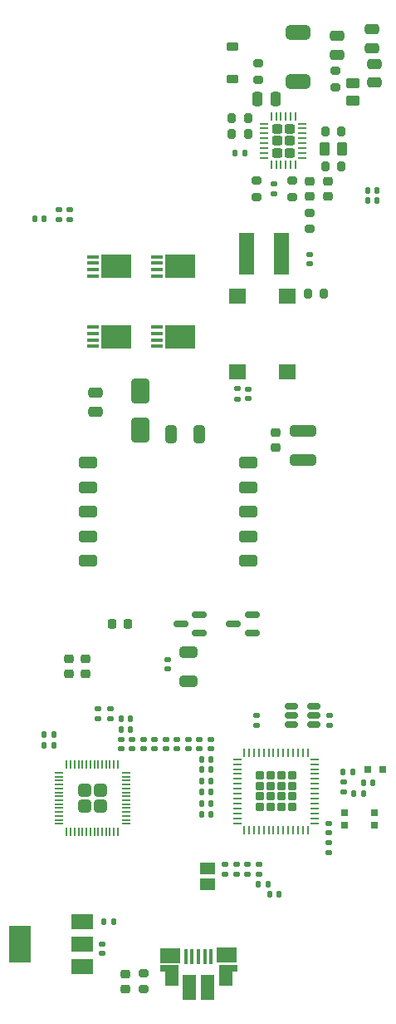
<source format=gbr>
%TF.GenerationSoftware,KiCad,Pcbnew,8.0.1*%
%TF.CreationDate,2024-10-20T22:07:07-07:00*%
%TF.ProjectId,POEPico,504f4550-6963-46f2-9e6b-696361645f70,rev?*%
%TF.SameCoordinates,Original*%
%TF.FileFunction,Paste,Top*%
%TF.FilePolarity,Positive*%
%FSLAX46Y46*%
G04 Gerber Fmt 4.6, Leading zero omitted, Abs format (unit mm)*
G04 Created by KiCad (PCBNEW 8.0.1) date 2024-10-20 22:07:07*
%MOMM*%
%LPD*%
G01*
G04 APERTURE LIST*
G04 Aperture macros list*
%AMRoundRect*
0 Rectangle with rounded corners*
0 $1 Rounding radius*
0 $2 $3 $4 $5 $6 $7 $8 $9 X,Y pos of 4 corners*
0 Add a 4 corners polygon primitive as box body*
4,1,4,$2,$3,$4,$5,$6,$7,$8,$9,$2,$3,0*
0 Add four circle primitives for the rounded corners*
1,1,$1+$1,$2,$3*
1,1,$1+$1,$4,$5*
1,1,$1+$1,$6,$7*
1,1,$1+$1,$8,$9*
0 Add four rect primitives between the rounded corners*
20,1,$1+$1,$2,$3,$4,$5,0*
20,1,$1+$1,$4,$5,$6,$7,0*
20,1,$1+$1,$6,$7,$8,$9,0*
20,1,$1+$1,$8,$9,$2,$3,0*%
G04 Aperture macros list end*
%ADD10RoundRect,0.375000X0.875000X-0.375000X0.875000X0.375000X-0.875000X0.375000X-0.875000X-0.375000X0*%
%ADD11RoundRect,0.225000X-0.375000X0.225000X-0.375000X-0.225000X0.375000X-0.225000X0.375000X0.225000X0*%
%ADD12RoundRect,0.218750X-0.218750X-0.256250X0.218750X-0.256250X0.218750X0.256250X-0.218750X0.256250X0*%
%ADD13R,1.650000X4.300000*%
%ADD14RoundRect,0.140000X0.170000X-0.140000X0.170000X0.140000X-0.170000X0.140000X-0.170000X-0.140000X0*%
%ADD15RoundRect,0.250000X0.475000X-0.250000X0.475000X0.250000X-0.475000X0.250000X-0.475000X-0.250000X0*%
%ADD16RoundRect,0.140000X-0.140000X-0.170000X0.140000X-0.170000X0.140000X0.170000X-0.140000X0.170000X0*%
%ADD17RoundRect,0.140000X0.140000X0.170000X-0.140000X0.170000X-0.140000X-0.170000X0.140000X-0.170000X0*%
%ADD18RoundRect,0.140000X-0.170000X0.140000X-0.170000X-0.140000X0.170000X-0.140000X0.170000X0.140000X0*%
%ADD19RoundRect,0.135000X-0.135000X-0.185000X0.135000X-0.185000X0.135000X0.185000X-0.135000X0.185000X0*%
%ADD20R,2.200000X1.500000*%
%ADD21R,2.200000X3.800000*%
%ADD22RoundRect,0.200000X-0.275000X0.200000X-0.275000X-0.200000X0.275000X-0.200000X0.275000X0.200000X0*%
%ADD23RoundRect,0.135000X0.135000X0.185000X-0.135000X0.185000X-0.135000X-0.185000X0.135000X-0.185000X0*%
%ADD24RoundRect,0.200000X0.275000X-0.200000X0.275000X0.200000X-0.275000X0.200000X-0.275000X-0.200000X0*%
%ADD25RoundRect,0.150000X-0.512500X-0.150000X0.512500X-0.150000X0.512500X0.150000X-0.512500X0.150000X0*%
%ADD26RoundRect,0.200000X0.200000X0.275000X-0.200000X0.275000X-0.200000X-0.275000X0.200000X-0.275000X0*%
%ADD27R,1.219200X0.406400*%
%ADD28R,3.073400X2.489200*%
%ADD29RoundRect,0.150000X0.587500X0.150000X-0.587500X0.150000X-0.587500X-0.150000X0.587500X-0.150000X0*%
%ADD30RoundRect,0.225000X-0.250000X0.225000X-0.250000X-0.225000X0.250000X-0.225000X0.250000X0.225000X0*%
%ADD31R,1.600000X1.200000*%
%ADD32RoundRect,0.250000X1.075000X-0.312500X1.075000X0.312500X-1.075000X0.312500X-1.075000X-0.312500X0*%
%ADD33RoundRect,0.250000X0.250000X0.475000X-0.250000X0.475000X-0.250000X-0.475000X0.250000X-0.475000X0*%
%ADD34RoundRect,0.135000X0.185000X-0.135000X0.185000X0.135000X-0.185000X0.135000X-0.185000X-0.135000X0*%
%ADD35RoundRect,0.250000X-0.450000X0.262500X-0.450000X-0.262500X0.450000X-0.262500X0.450000X0.262500X0*%
%ADD36RoundRect,0.135000X-0.185000X0.135000X-0.185000X-0.135000X0.185000X-0.135000X0.185000X0.135000X0*%
%ADD37RoundRect,0.200000X-0.200000X-0.275000X0.200000X-0.275000X0.200000X0.275000X-0.200000X0.275000X0*%
%ADD38R,1.780000X1.585000*%
%ADD39RoundRect,0.245000X-0.290000X-0.245000X0.290000X-0.245000X0.290000X0.245000X-0.290000X0.245000X0*%
%ADD40RoundRect,0.062500X-0.362500X-0.062500X0.362500X-0.062500X0.362500X0.062500X-0.362500X0.062500X0*%
%ADD41RoundRect,0.062500X-0.062500X-0.362500X0.062500X-0.362500X0.062500X0.362500X-0.062500X0.362500X0*%
%ADD42RoundRect,0.250000X-0.262500X-0.450000X0.262500X-0.450000X0.262500X0.450000X-0.262500X0.450000X0*%
%ADD43RoundRect,0.292500X0.647500X0.292500X-0.647500X0.292500X-0.647500X-0.292500X0.647500X-0.292500X0*%
%ADD44R,0.800000X0.800000*%
%ADD45RoundRect,0.217500X0.217500X-0.217500X0.217500X0.217500X-0.217500X0.217500X-0.217500X-0.217500X0*%
%ADD46RoundRect,0.062500X0.062500X-0.375000X0.062500X0.375000X-0.062500X0.375000X-0.062500X-0.375000X0*%
%ADD47RoundRect,0.062500X0.375000X-0.062500X0.375000X0.062500X-0.375000X0.062500X-0.375000X-0.062500X0*%
%ADD48RoundRect,0.250000X0.650000X-1.000000X0.650000X1.000000X-0.650000X1.000000X-0.650000X-1.000000X0*%
%ADD49RoundRect,0.250000X-0.475000X0.250000X-0.475000X-0.250000X0.475000X-0.250000X0.475000X0.250000X0*%
%ADD50RoundRect,0.250000X0.325000X0.650000X-0.325000X0.650000X-0.325000X-0.650000X0.325000X-0.650000X0*%
%ADD51RoundRect,0.249999X-0.395001X-0.395001X0.395001X-0.395001X0.395001X0.395001X-0.395001X0.395001X0*%
%ADD52RoundRect,0.050000X-0.387500X-0.050000X0.387500X-0.050000X0.387500X0.050000X-0.387500X0.050000X0*%
%ADD53RoundRect,0.050000X-0.050000X-0.387500X0.050000X-0.387500X0.050000X0.387500X-0.050000X0.387500X0*%
%ADD54RoundRect,0.250000X-0.650000X0.325000X-0.650000X-0.325000X0.650000X-0.325000X0.650000X0.325000X0*%
%ADD55R,0.400000X1.650000*%
%ADD56R,1.825000X0.700000*%
%ADD57R,2.000000X1.500000*%
%ADD58R,1.350000X2.000000*%
%ADD59R,1.430000X2.500000*%
%ADD60RoundRect,0.225000X0.250000X-0.225000X0.250000X0.225000X-0.250000X0.225000X-0.250000X-0.225000X0*%
G04 APERTURE END LIST*
D10*
%TO.C,L1*%
X144482000Y-31839000D03*
X144482000Y-26839000D03*
%TD*%
D11*
%TO.C,D4*%
X137818401Y-31622000D03*
X137818401Y-28322000D03*
%TD*%
D12*
%TO.C,L4*%
X127152500Y-87061629D03*
X125577500Y-87061629D03*
%TD*%
D13*
%TO.C,L3*%
X139232500Y-49376000D03*
X142832500Y-49376000D03*
%TD*%
D14*
%TO.C,C9*%
X133336001Y-99811029D03*
X133336001Y-98851029D03*
%TD*%
D15*
%TO.C,C67*%
X152042401Y-28449929D03*
X152042401Y-26549929D03*
%TD*%
D16*
%TO.C,C64*%
X117658000Y-45832829D03*
X118618000Y-45832829D03*
%TD*%
D17*
%TO.C,C26*%
X135631401Y-101914029D03*
X134671401Y-101914029D03*
%TD*%
D18*
%TO.C,C17*%
X142071734Y-42323629D03*
X142071734Y-43283629D03*
%TD*%
D19*
%TO.C,R4*%
X118586201Y-98313829D03*
X119606201Y-98313829D03*
%TD*%
D20*
%TO.C,U5*%
X122479600Y-121959400D03*
X122479600Y-119659400D03*
X122479600Y-117359400D03*
D21*
X116179600Y-119659400D03*
%TD*%
D22*
%TO.C,R9*%
X140251401Y-41991629D03*
X140251401Y-43641629D03*
%TD*%
D23*
%TO.C,R15*%
X150109401Y-102168029D03*
X149089401Y-102168029D03*
%TD*%
D24*
%TO.C,R36*%
X128778000Y-124281400D03*
X128778000Y-122631400D03*
%TD*%
D25*
%TO.C,U7*%
X143826401Y-95437029D03*
X143826401Y-96387029D03*
X143826401Y-97337029D03*
X146101401Y-97337029D03*
X146101401Y-96387029D03*
X146101401Y-95437029D03*
%TD*%
D26*
%TO.C,R6*%
X139418401Y-37228629D03*
X137768401Y-37228629D03*
%TD*%
D17*
%TO.C,C65*%
X152598000Y-42926000D03*
X151638000Y-42926000D03*
%TD*%
%TO.C,C34*%
X142563001Y-114554000D03*
X141603001Y-114554000D03*
%TD*%
D18*
%TO.C,C20*%
X124536600Y-119659400D03*
X124536600Y-120619400D03*
%TD*%
D14*
%TO.C,C11*%
X135622001Y-99811029D03*
X135622001Y-98851029D03*
%TD*%
D27*
%TO.C,Q3*%
X130084101Y-49713130D03*
X130084101Y-50363128D03*
X130084101Y-51013130D03*
X130084101Y-51663128D03*
D28*
X132484401Y-50688129D03*
%TD*%
D29*
%TO.C,Q14*%
X134463000Y-88027814D03*
X134463000Y-86127814D03*
X132588000Y-87077814D03*
%TD*%
D30*
%TO.C,C47*%
X122809000Y-90637000D03*
X122809000Y-92187000D03*
%TD*%
D31*
%TO.C,FB1*%
X135306401Y-113595600D03*
X135306401Y-111995600D03*
%TD*%
D18*
%TO.C,C24*%
X138227401Y-111575600D03*
X138227401Y-112535600D03*
%TD*%
D17*
%TO.C,C27*%
X135631401Y-103057029D03*
X134671401Y-103057029D03*
%TD*%
D32*
%TO.C,R28*%
X145034000Y-70358000D03*
X145034000Y-67433000D03*
%TD*%
D33*
%TO.C,C40*%
X142240000Y-33655000D03*
X140340000Y-33655000D03*
%TD*%
D34*
%TO.C,R20*%
X140259401Y-97372029D03*
X140259401Y-96352029D03*
%TD*%
D17*
%TO.C,C44*%
X139060401Y-39150629D03*
X138100401Y-39150629D03*
%TD*%
D35*
%TO.C,R26*%
X150114000Y-32036500D03*
X150114000Y-33861500D03*
%TD*%
D17*
%TO.C,C25*%
X135631401Y-100898029D03*
X134671401Y-100898029D03*
%TD*%
D15*
%TO.C,C16*%
X123848401Y-65466629D03*
X123848401Y-63566629D03*
%TD*%
D17*
%TO.C,C32*%
X135631401Y-105355029D03*
X134671401Y-105355029D03*
%TD*%
D36*
%TO.C,R11*%
X120140001Y-44872829D03*
X120140001Y-45892829D03*
%TD*%
D18*
%TO.C,C52*%
X145692401Y-49459000D03*
X145692401Y-50419000D03*
%TD*%
D37*
%TO.C,R30*%
X147270000Y-36957000D03*
X148920000Y-36957000D03*
%TD*%
D38*
%TO.C,T1*%
X143406401Y-53755129D03*
X138326401Y-53755129D03*
X138326401Y-61440129D03*
X143406401Y-61440129D03*
%TD*%
D39*
%TO.C,U3*%
X142365401Y-36680629D03*
X142365401Y-37900629D03*
X142365401Y-39120629D03*
X143685401Y-36680629D03*
X143685401Y-37900629D03*
X143685401Y-39120629D03*
D40*
X141075401Y-36150629D03*
X141075401Y-36650629D03*
X141075401Y-37150629D03*
X141075401Y-37650629D03*
X141075401Y-38150629D03*
X141075401Y-38650629D03*
X141075401Y-39150629D03*
X141075401Y-39650629D03*
D41*
X141775401Y-40350629D03*
X142275401Y-40350629D03*
X142775401Y-40350629D03*
X143275401Y-40350629D03*
X143775401Y-40350629D03*
X144275401Y-40350629D03*
D40*
X144975401Y-39650629D03*
X144975401Y-39150629D03*
X144975401Y-38650629D03*
X144975401Y-38150629D03*
X144975401Y-37650629D03*
X144975401Y-37150629D03*
X144975401Y-36650629D03*
X144975401Y-36150629D03*
D41*
X144275401Y-35450629D03*
X143775401Y-35450629D03*
X143275401Y-35450629D03*
X142775401Y-35450629D03*
X142275401Y-35450629D03*
X141775401Y-35450629D03*
%TD*%
D36*
%TO.C,R16*%
X149149401Y-103154029D03*
X149149401Y-104174029D03*
%TD*%
D18*
%TO.C,C4*%
X127621001Y-98851029D03*
X127621001Y-99811029D03*
%TD*%
D34*
%TO.C,R19*%
X147752401Y-97372029D03*
X147752401Y-96352029D03*
%TD*%
D29*
%TO.C,Q13*%
X139825001Y-88011629D03*
X139825001Y-86111629D03*
X137950001Y-87061629D03*
%TD*%
D42*
%TO.C,R27*%
X147180501Y-38735000D03*
X149005501Y-38735000D03*
%TD*%
D30*
%TO.C,C19*%
X147597401Y-42028629D03*
X147597401Y-43578629D03*
%TD*%
D14*
%TO.C,C21*%
X147625401Y-108321429D03*
X147625401Y-107361429D03*
%TD*%
D16*
%TO.C,C2*%
X126448001Y-96692029D03*
X127408001Y-96692029D03*
%TD*%
D36*
%TO.C,R12*%
X121206801Y-44872829D03*
X121206801Y-45892829D03*
%TD*%
D43*
%TO.C,TR1*%
X139474801Y-80678629D03*
X139474801Y-78178629D03*
X139474801Y-75678629D03*
X139474801Y-73178629D03*
X139474801Y-70678629D03*
X123114801Y-80678629D03*
X123114801Y-78178629D03*
X123114801Y-75678629D03*
X123114801Y-73178629D03*
X123114801Y-70678629D03*
%TD*%
D26*
%TO.C,R34*%
X139418401Y-35577629D03*
X137768401Y-35577629D03*
%TD*%
D18*
%TO.C,C1*%
X126478001Y-98851029D03*
X126478001Y-99811029D03*
%TD*%
D17*
%TO.C,C37*%
X135631401Y-106486029D03*
X134671401Y-106486029D03*
%TD*%
D18*
%TO.C,C54*%
X139469401Y-63185629D03*
X139469401Y-64145629D03*
%TD*%
D14*
%TO.C,C7*%
X131050001Y-99811029D03*
X131050001Y-98851029D03*
%TD*%
D37*
%TO.C,R24*%
X145502401Y-53437629D03*
X147152401Y-53437629D03*
%TD*%
D30*
%TO.C,C18*%
X145712401Y-42028629D03*
X145712401Y-43578629D03*
%TD*%
D44*
%TO.C,D2*%
X151650000Y-101854000D03*
X153150000Y-101854000D03*
%TD*%
D18*
%TO.C,C36*%
X140513401Y-111575600D03*
X140513401Y-112535600D03*
%TD*%
%TO.C,C51*%
X131191000Y-90706000D03*
X131191000Y-91666000D03*
%TD*%
D23*
%TO.C,R18*%
X151223401Y-104356029D03*
X150203401Y-104356029D03*
%TD*%
D36*
%TO.C,R14*%
X147625401Y-109306029D03*
X147625401Y-110326029D03*
%TD*%
D30*
%TO.C,C46*%
X121158000Y-90637000D03*
X121158000Y-92187000D03*
%TD*%
D18*
%TO.C,C23*%
X137084401Y-111575600D03*
X137084401Y-112535600D03*
%TD*%
D22*
%TO.C,R23*%
X148336000Y-30798000D03*
X148336000Y-32448000D03*
%TD*%
D45*
%TO.C,U6*%
X140643401Y-105725029D03*
X141723401Y-105725029D03*
X142803401Y-105725029D03*
X143883401Y-105725029D03*
X140643401Y-104645029D03*
X141723401Y-104645029D03*
X142803401Y-104645029D03*
X143883401Y-104645029D03*
X140643401Y-103565029D03*
X141723401Y-103565029D03*
X142803401Y-103565029D03*
X143883401Y-103565029D03*
X140643401Y-102485029D03*
X141723401Y-102485029D03*
X142803401Y-102485029D03*
X143883401Y-102485029D03*
D46*
X139013401Y-108042529D03*
X139513401Y-108042529D03*
X140013401Y-108042529D03*
X140513401Y-108042529D03*
X141013401Y-108042529D03*
X141513401Y-108042529D03*
X142013401Y-108042529D03*
X142513401Y-108042529D03*
X143013401Y-108042529D03*
X143513401Y-108042529D03*
X144013401Y-108042529D03*
X144513401Y-108042529D03*
X145013401Y-108042529D03*
X145513401Y-108042529D03*
D47*
X146200901Y-107355029D03*
X146200901Y-106855029D03*
X146200901Y-106355029D03*
X146200901Y-105855029D03*
X146200901Y-105355029D03*
X146200901Y-104855029D03*
X146200901Y-104355029D03*
X146200901Y-103855029D03*
X146200901Y-103355029D03*
X146200901Y-102855029D03*
X146200901Y-102355029D03*
X146200901Y-101855029D03*
X146200901Y-101355029D03*
X146200901Y-100855029D03*
D46*
X145513401Y-100167529D03*
X145013401Y-100167529D03*
X144513401Y-100167529D03*
X144013401Y-100167529D03*
X143513401Y-100167529D03*
X143013401Y-100167529D03*
X142513401Y-100167529D03*
X142013401Y-100167529D03*
X141513401Y-100167529D03*
X141013401Y-100167529D03*
X140513401Y-100167529D03*
X140013401Y-100167529D03*
X139513401Y-100167529D03*
X139013401Y-100167529D03*
D47*
X138325901Y-100855029D03*
X138325901Y-101355029D03*
X138325901Y-101855029D03*
X138325901Y-102355029D03*
X138325901Y-102855029D03*
X138325901Y-103355029D03*
X138325901Y-103855029D03*
X138325901Y-104355029D03*
X138325901Y-104855029D03*
X138325901Y-105355029D03*
X138325901Y-105855029D03*
X138325901Y-106355029D03*
X138325901Y-106855029D03*
X138325901Y-107355029D03*
%TD*%
D36*
%TO.C,R1*%
X124121001Y-95702029D03*
X124121001Y-96722029D03*
%TD*%
D48*
%TO.C,D1*%
X128420401Y-67376629D03*
X128420401Y-63376629D03*
%TD*%
D14*
%TO.C,C6*%
X129907001Y-99811029D03*
X129907001Y-98851029D03*
%TD*%
%TO.C,C5*%
X128764001Y-99811029D03*
X128764001Y-98851029D03*
%TD*%
%TO.C,C8*%
X132193001Y-99811029D03*
X132193001Y-98851029D03*
%TD*%
%TO.C,C10*%
X134479001Y-99811029D03*
X134479001Y-98851029D03*
%TD*%
D24*
%TO.C,R21*%
X140462000Y-31699000D03*
X140462000Y-30049000D03*
%TD*%
D17*
%TO.C,C66*%
X152598000Y-43942000D03*
X151638000Y-43942000D03*
%TD*%
D15*
%TO.C,C42*%
X148463000Y-29144000D03*
X148463000Y-27244000D03*
%TD*%
D49*
%TO.C,C45*%
X152273000Y-30099000D03*
X152273000Y-31999000D03*
%TD*%
D24*
%TO.C,R10*%
X145692401Y-46865629D03*
X145692401Y-45215629D03*
%TD*%
D16*
%TO.C,C3*%
X126448001Y-97835029D03*
X127408001Y-97835029D03*
%TD*%
D36*
%TO.C,R31*%
X138326401Y-63155629D03*
X138326401Y-64175629D03*
%TD*%
D30*
%TO.C,C50*%
X142263401Y-67604629D03*
X142263401Y-69154629D03*
%TD*%
D50*
%TO.C,C49*%
X134467401Y-67757629D03*
X131517401Y-67757629D03*
%TD*%
D19*
%TO.C,R3*%
X118591201Y-99456829D03*
X119611201Y-99456829D03*
%TD*%
D51*
%TO.C,U1*%
X122731001Y-104029029D03*
X122731001Y-105629029D03*
X124331001Y-104029029D03*
X124331001Y-105629029D03*
D52*
X120093501Y-102229029D03*
X120093501Y-102629029D03*
X120093501Y-103029029D03*
X120093501Y-103429029D03*
X120093501Y-103829029D03*
X120093501Y-104229029D03*
X120093501Y-104629029D03*
X120093501Y-105029029D03*
X120093501Y-105429029D03*
X120093501Y-105829029D03*
X120093501Y-106229029D03*
X120093501Y-106629029D03*
X120093501Y-107029029D03*
X120093501Y-107429029D03*
D53*
X120931001Y-108266529D03*
X121331001Y-108266529D03*
X121731001Y-108266529D03*
X122131001Y-108266529D03*
X122531001Y-108266529D03*
X122931001Y-108266529D03*
X123331001Y-108266529D03*
X123731001Y-108266529D03*
X124131001Y-108266529D03*
X124531001Y-108266529D03*
X124931001Y-108266529D03*
X125331001Y-108266529D03*
X125731001Y-108266529D03*
X126131001Y-108266529D03*
D52*
X126968501Y-107429029D03*
X126968501Y-107029029D03*
X126968501Y-106629029D03*
X126968501Y-106229029D03*
X126968501Y-105829029D03*
X126968501Y-105429029D03*
X126968501Y-105029029D03*
X126968501Y-104629029D03*
X126968501Y-104229029D03*
X126968501Y-103829029D03*
X126968501Y-103429029D03*
X126968501Y-103029029D03*
X126968501Y-102629029D03*
X126968501Y-102229029D03*
D53*
X126131001Y-101391529D03*
X125731001Y-101391529D03*
X125331001Y-101391529D03*
X124931001Y-101391529D03*
X124531001Y-101391529D03*
X124131001Y-101391529D03*
X123731001Y-101391529D03*
X123331001Y-101391529D03*
X122931001Y-101391529D03*
X122531001Y-101391529D03*
X122131001Y-101391529D03*
X121731001Y-101391529D03*
X121331001Y-101391529D03*
X120931001Y-101391529D03*
%TD*%
D27*
%TO.C,Q1*%
X130084101Y-56876630D03*
X130084101Y-57526628D03*
X130084101Y-58176630D03*
X130084101Y-58826628D03*
D28*
X132484401Y-57851629D03*
%TD*%
D17*
%TO.C,C22*%
X152153401Y-103214029D03*
X151193401Y-103214029D03*
%TD*%
D54*
%TO.C,C48*%
X133321999Y-89953185D03*
X133321999Y-92903185D03*
%TD*%
D55*
%TO.C,J1*%
X133061501Y-120919429D03*
X133711501Y-120919429D03*
X134361501Y-120919429D03*
X135011501Y-120919429D03*
X135661501Y-120919429D03*
D56*
X131411501Y-122119429D03*
D57*
X131511501Y-120819429D03*
D58*
X131631501Y-122869429D03*
D59*
X133401501Y-124069429D03*
X135321501Y-124069429D03*
D58*
X137111501Y-122869429D03*
D57*
X137261501Y-120799429D03*
D56*
X137361501Y-122119429D03*
%TD*%
D19*
%TO.C,R13*%
X140480801Y-113538000D03*
X141500801Y-113538000D03*
%TD*%
D27*
%TO.C,Q7*%
X123607101Y-49713130D03*
X123607101Y-50363128D03*
X123607101Y-51013130D03*
X123607101Y-51663128D03*
D28*
X126007401Y-50688129D03*
%TD*%
D22*
%TO.C,R7*%
X143892067Y-41991629D03*
X143892067Y-43641629D03*
%TD*%
D27*
%TO.C,Q5*%
X123607101Y-56876630D03*
X123607101Y-57526628D03*
X123607101Y-58176630D03*
X123607101Y-58826628D03*
D28*
X126007401Y-57851629D03*
%TD*%
D44*
%TO.C,Y2*%
X149221801Y-106259429D03*
X149221801Y-107559429D03*
X152321801Y-107559429D03*
X152321801Y-106259429D03*
%TD*%
D18*
%TO.C,C30*%
X139370401Y-111575600D03*
X139370401Y-112535600D03*
%TD*%
D37*
%TO.C,R25*%
X147268001Y-40513000D03*
X148918001Y-40513000D03*
%TD*%
D60*
%TO.C,C62*%
X126873000Y-124251400D03*
X126873000Y-122701400D03*
%TD*%
D17*
%TO.C,C31*%
X135631401Y-104200029D03*
X134671401Y-104200029D03*
%TD*%
D36*
%TO.C,R2*%
X125341001Y-95702029D03*
X125341001Y-96722029D03*
%TD*%
D16*
%TO.C,C15*%
X124719600Y-117359400D03*
X125679600Y-117359400D03*
%TD*%
M02*

</source>
